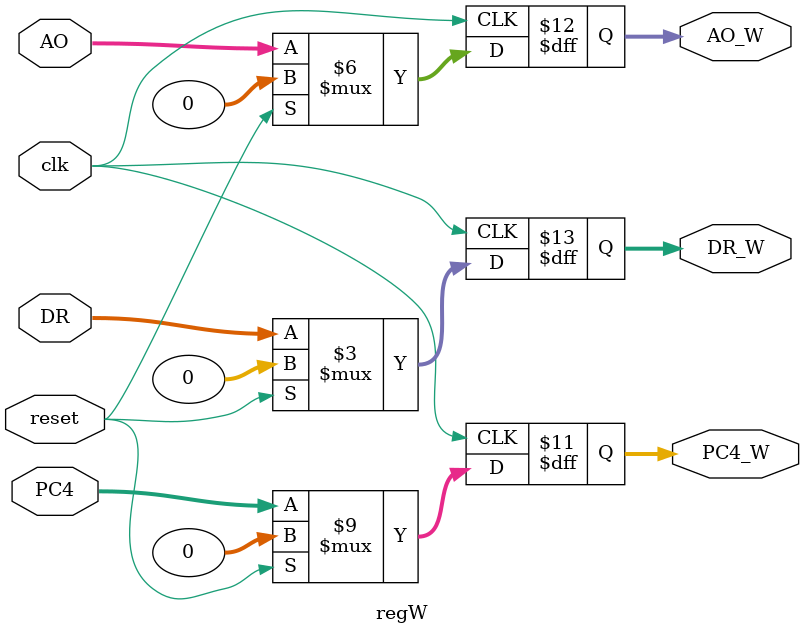
<source format=v>
`timescale 1ns / 1ps
module regD(
    input [31:0] IR,
    input [31:0] ADD4,
    input clk,
    input reset,
    input en,
	 output reg [31:0] PC4_D,
    output reg [31:0] IR_D
    );
	 
	always@(posedge clk)begin
		if(reset)begin
			IR_D=0;
			PC4_D=0;
		end
		else if(en) begin
			IR_D=IR;
			PC4_D=ADD4;
		end	
		
end

endmodule

	module regE(
	input clk,
	input reset,
	input clr,
	input [31:0]V1,
	input [31:0]V2,
	input [31:0]E32,
	input [31:0]PC4,
	output reg [31:0]V1_E,
	output reg [31:0]V2_E,
	output reg [31:0]E32_E,
	output reg [31:0]PC4_E
    );
	always@(posedge clk) begin

			if(reset||clr)begin
				V1_E=0;
				V2_E=0;
				E32_E=0;
				PC4_E=0;
			end
			else begin
				V1_E=V1;
				V2_E=V2;
				E32_E=E32;
				PC4_E=PC4;
			end
	end
endmodule

module regM(
	input clk,
	input reset,
	input [31:0]V2,
	input [31:0]AO,
	input [31:0]PC4,
	output reg[31:0]V2_M,
	output reg[31:0]AO_M,
	output reg[31:0]PC4_M
    );
	always@(posedge clk)begin
			if(reset)begin
				V2_M=0;
				AO_M=0;
				PC4_M=0;
			end
			else begin
				V2_M=V2;
				AO_M=AO;
				PC4_M=PC4;
			end
	end
endmodule 

module regW(
	input clk,
	input reset,
	input [31:0]PC4,
	input [31:0]AO,
	input [31:0]DR,
	output reg [31:0]PC4_W,
	output reg [31:0]AO_W,
	output reg [31:0]DR_W
    );
	always@(posedge clk)begin
			if(reset)begin
				PC4_W=0;
				AO_W=0;
				DR_W=0;
			end
			else begin
				PC4_W=PC4;
				AO_W=AO;
				DR_W=DR;
			end
	end

endmodule 
</source>
